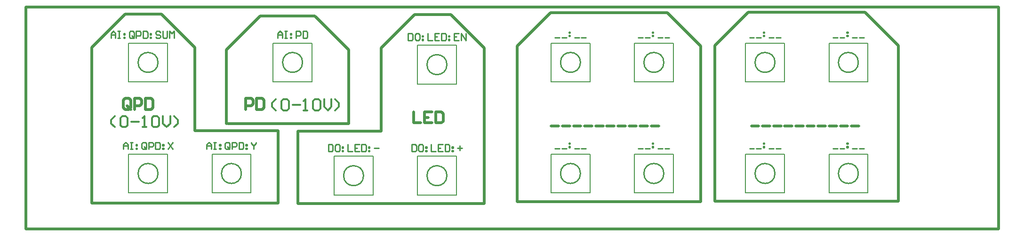
<source format=gto>
G04*
G04 #@! TF.GenerationSoftware,Altium Limited,Altium Designer,22.3.1 (43)*
G04*
G04 Layer_Color=65535*
%FSLAX25Y25*%
%MOIN*%
G70*
G04*
G04 #@! TF.SameCoordinates,1231F7E6-A72B-4AA4-91AD-26716E8A39C1*
G04*
G04*
G04 #@! TF.FilePolarity,Positive*
G04*
G01*
G75*
%ADD10C,0.01000*%
%ADD11C,0.00500*%
%ADD12C,0.01968*%
%ADD13C,0.01339*%
%ADD14C,0.02126*%
D10*
X93685Y-118110D02*
G03*
X93685Y-118110I-7071J0D01*
G01*
X152740D02*
G03*
X152740Y-118110I-7071J0D01*
G01*
X93685Y-39370D02*
G03*
X93685Y-39370I-7071J0D01*
G01*
X196047D02*
G03*
X196047Y-39370I-7071J0D01*
G01*
X239256Y-119684D02*
G03*
X239256Y-119684I-7071J0D01*
G01*
X298311Y-119684D02*
G03*
X298311Y-119684I-7071J0D01*
G01*
X392898Y-118110D02*
G03*
X392898Y-118110I-7071J0D01*
G01*
X451953D02*
G03*
X451953Y-118110I-7071J0D01*
G01*
X530693Y-118110D02*
G03*
X530693Y-118110I-7071J0D01*
G01*
X392898Y-39370D02*
G03*
X392898Y-39370I-7071J0D01*
G01*
X451953Y-39370D02*
G03*
X451953Y-39370I-7071J0D01*
G01*
X530693Y-39370D02*
G03*
X530693Y-39370I-7071J0D01*
G01*
X589748Y-118110D02*
G03*
X589748Y-118110I-7071J0D01*
G01*
Y-39370D02*
G03*
X589748Y-39370I-7071J0D01*
G01*
X298311Y-40944D02*
G03*
X298311Y-40944I-7071J0D01*
G01*
X374846Y-100459D02*
X378100D01*
X379726D02*
X382980D01*
X384607Y-96392D02*
X385420D01*
Y-97205D01*
X384607D01*
Y-96392D01*
Y-98832D02*
X385420D01*
Y-99645D01*
X384607D01*
Y-98832D01*
X388674Y-100459D02*
X391927D01*
X393554D02*
X396808D01*
X433901Y-21719D02*
X437155D01*
X438781D02*
X442035D01*
X443662Y-17652D02*
X444475D01*
Y-18465D01*
X443662D01*
Y-17652D01*
Y-20092D02*
X444475D01*
Y-20905D01*
X443662D01*
Y-20092D01*
X447729Y-21719D02*
X450982D01*
X452609D02*
X455863D01*
X374846D02*
X378100D01*
X379726D02*
X382980D01*
X384607Y-17652D02*
X385420D01*
Y-18465D01*
X384607D01*
Y-17652D01*
Y-20092D02*
X385420D01*
Y-20905D01*
X384607D01*
Y-20092D01*
X388674Y-21719D02*
X391927D01*
X393554D02*
X396808D01*
X273346Y-97559D02*
Y-102439D01*
X275786D01*
X276600Y-101626D01*
Y-98372D01*
X275786Y-97559D01*
X273346D01*
X280666D02*
X279040D01*
X278226Y-98372D01*
Y-101626D01*
X279040Y-102439D01*
X280666D01*
X281480Y-101626D01*
Y-98372D01*
X280666Y-97559D01*
X283107Y-99186D02*
X283920D01*
Y-99999D01*
X283107D01*
Y-99186D01*
Y-101626D02*
X283920D01*
Y-102439D01*
X283107D01*
Y-101626D01*
X287174Y-97559D02*
Y-102439D01*
X290427D01*
X295307Y-97559D02*
X292054D01*
Y-102439D01*
X295307D01*
X292054Y-99999D02*
X293681D01*
X296934Y-97559D02*
Y-102439D01*
X299374D01*
X300188Y-101626D01*
Y-98372D01*
X299374Y-97559D01*
X296934D01*
X301815Y-99186D02*
X302628D01*
Y-99999D01*
X301815D01*
Y-99186D01*
Y-101626D02*
X302628D01*
Y-102439D01*
X301815D01*
Y-101626D01*
X305881Y-99999D02*
X309135D01*
X307508Y-98372D02*
Y-101626D01*
X214291Y-97559D02*
Y-102439D01*
X216731D01*
X217544Y-101626D01*
Y-98372D01*
X216731Y-97559D01*
X214291D01*
X221611D02*
X219985D01*
X219171Y-98372D01*
Y-101626D01*
X219985Y-102439D01*
X221611D01*
X222425Y-101626D01*
Y-98372D01*
X221611Y-97559D01*
X224051Y-99186D02*
X224865D01*
Y-99999D01*
X224051D01*
Y-99186D01*
Y-101626D02*
X224865D01*
Y-102439D01*
X224051D01*
Y-101626D01*
X228118Y-97559D02*
Y-102439D01*
X231372D01*
X236252Y-97559D02*
X232999D01*
Y-102439D01*
X236252D01*
X232999Y-99999D02*
X234626D01*
X237879Y-97559D02*
Y-102439D01*
X240319D01*
X241133Y-101626D01*
Y-98372D01*
X240319Y-97559D01*
X237879D01*
X242759Y-99186D02*
X243573D01*
Y-99999D01*
X242759D01*
Y-99186D01*
Y-101626D02*
X243573D01*
Y-102439D01*
X242759D01*
Y-101626D01*
X246826Y-99999D02*
X250080D01*
X270906Y-18819D02*
Y-23699D01*
X273346D01*
X274159Y-22886D01*
Y-19632D01*
X273346Y-18819D01*
X270906D01*
X278226D02*
X276600D01*
X275786Y-19632D01*
Y-22886D01*
X276600Y-23699D01*
X278226D01*
X279040Y-22886D01*
Y-19632D01*
X278226Y-18819D01*
X280666Y-20446D02*
X281480D01*
Y-21259D01*
X280666D01*
Y-20446D01*
Y-22886D02*
X281480D01*
Y-23699D01*
X280666D01*
Y-22886D01*
X284733Y-18819D02*
Y-23699D01*
X287987D01*
X292867Y-18819D02*
X289614D01*
Y-23699D01*
X292867D01*
X289614Y-21259D02*
X291241D01*
X294494Y-18819D02*
Y-23699D01*
X296934D01*
X297747Y-22886D01*
Y-19632D01*
X296934Y-18819D01*
X294494D01*
X299374Y-20446D02*
X300188D01*
Y-21259D01*
X299374D01*
Y-20446D01*
Y-22886D02*
X300188D01*
Y-23699D01*
X299374D01*
Y-22886D01*
X306695Y-18819D02*
X303441D01*
Y-23699D01*
X306695D01*
X303441Y-21259D02*
X305068D01*
X308321Y-23699D02*
Y-18819D01*
X311575Y-23699D01*
Y-18819D01*
X571697Y-100459D02*
X574950D01*
X576577D02*
X579830D01*
X581457Y-96392D02*
X582270D01*
Y-97205D01*
X581457D01*
Y-96392D01*
Y-98832D02*
X582270D01*
Y-99645D01*
X581457D01*
Y-98832D01*
X585524Y-100459D02*
X588778D01*
X590404D02*
X593658D01*
X512641D02*
X515895D01*
X517522D02*
X520775D01*
X522402Y-96392D02*
X523215D01*
Y-97205D01*
X522402D01*
Y-96392D01*
Y-98832D02*
X523215D01*
Y-99645D01*
X522402D01*
Y-98832D01*
X526469Y-100459D02*
X529722D01*
X531349D02*
X534603D01*
X571697Y-21719D02*
X574950D01*
X576577D02*
X579830D01*
X581457Y-17652D02*
X582270D01*
Y-18465D01*
X581457D01*
Y-17652D01*
Y-20092D02*
X582270D01*
Y-20905D01*
X581457D01*
Y-20092D01*
X585524Y-21719D02*
X588778D01*
X590404D02*
X593658D01*
X512641D02*
X515895D01*
X517522D02*
X520775D01*
X522402Y-17652D02*
X523215D01*
Y-18465D01*
X522402D01*
Y-17652D01*
Y-20092D02*
X523215D01*
Y-20905D01*
X522402D01*
Y-20092D01*
X526469Y-21719D02*
X529722D01*
X531349D02*
X534603D01*
X433901Y-100459D02*
X437155D01*
X438781D02*
X442035D01*
X443662Y-96392D02*
X444475D01*
Y-97205D01*
X443662D01*
Y-96392D01*
Y-98832D02*
X444475D01*
Y-99645D01*
X443662D01*
Y-98832D01*
X447729Y-100459D02*
X450982D01*
X452609D02*
X455863D01*
X178402Y-22125D02*
Y-18872D01*
X180029Y-17245D01*
X181656Y-18872D01*
Y-22125D01*
Y-19685D01*
X178402D01*
X183283Y-17245D02*
X184909D01*
X184096D01*
Y-22125D01*
X183283D01*
X184909D01*
X187350Y-18872D02*
X188163D01*
Y-19685D01*
X187350D01*
Y-18872D01*
Y-21312D02*
X188163D01*
Y-22125D01*
X187350D01*
Y-21312D01*
X191417Y-22125D02*
Y-17245D01*
X193857D01*
X194670Y-18058D01*
Y-19685D01*
X193857Y-20498D01*
X191417D01*
X196297Y-17245D02*
Y-22125D01*
X198737D01*
X199550Y-21312D01*
Y-18058D01*
X198737Y-17245D01*
X196297D01*
X60309Y-22125D02*
Y-18872D01*
X61936Y-17245D01*
X63563Y-18872D01*
Y-22125D01*
Y-19685D01*
X60309D01*
X65189Y-17245D02*
X66816D01*
X66003D01*
Y-22125D01*
X65189D01*
X66816D01*
X69256Y-18872D02*
X70070D01*
Y-19685D01*
X69256D01*
Y-18872D01*
Y-21312D02*
X70070D01*
Y-22125D01*
X69256D01*
Y-21312D01*
X76577D02*
Y-18058D01*
X75763Y-17245D01*
X74137D01*
X73323Y-18058D01*
Y-21312D01*
X74137Y-22125D01*
X75763D01*
X74950Y-20498D02*
X76577Y-22125D01*
X75763D02*
X76577Y-21312D01*
X78203Y-22125D02*
Y-17245D01*
X80644D01*
X81457Y-18058D01*
Y-19685D01*
X80644Y-20498D01*
X78203D01*
X83084Y-17245D02*
Y-22125D01*
X85524D01*
X86337Y-21312D01*
Y-18058D01*
X85524Y-17245D01*
X83084D01*
X87964Y-18872D02*
X88778D01*
Y-19685D01*
X87964D01*
Y-18872D01*
Y-21312D02*
X88778D01*
Y-22125D01*
X87964D01*
Y-21312D01*
X95285Y-18058D02*
X94471Y-17245D01*
X92844D01*
X92031Y-18058D01*
Y-18872D01*
X92844Y-19685D01*
X94471D01*
X95285Y-20498D01*
Y-21312D01*
X94471Y-22125D01*
X92844D01*
X92031Y-21312D01*
X96911Y-17245D02*
Y-21312D01*
X97725Y-22125D01*
X99352D01*
X100165Y-21312D01*
Y-17245D01*
X101792Y-22125D02*
Y-17245D01*
X103419Y-18872D01*
X105045Y-17245D01*
Y-22125D01*
X128182Y-100865D02*
Y-97612D01*
X129808Y-95985D01*
X131435Y-97612D01*
Y-100865D01*
Y-98425D01*
X128182D01*
X133062Y-95985D02*
X134689D01*
X133875D01*
Y-100865D01*
X133062D01*
X134689D01*
X137129Y-97612D02*
X137942D01*
Y-98425D01*
X137129D01*
Y-97612D01*
Y-100052D02*
X137942D01*
Y-100865D01*
X137129D01*
Y-100052D01*
X144449D02*
Y-96798D01*
X143636Y-95985D01*
X142009D01*
X141196Y-96798D01*
Y-100052D01*
X142009Y-100865D01*
X143636D01*
X142823Y-99239D02*
X144449Y-100865D01*
X143636D02*
X144449Y-100052D01*
X146076Y-100865D02*
Y-95985D01*
X148516D01*
X149329Y-96798D01*
Y-98425D01*
X148516Y-99239D01*
X146076D01*
X150956Y-95985D02*
Y-100865D01*
X153396D01*
X154210Y-100052D01*
Y-96798D01*
X153396Y-95985D01*
X150956D01*
X155837Y-97612D02*
X156650D01*
Y-98425D01*
X155837D01*
Y-97612D01*
Y-100052D02*
X156650D01*
Y-100865D01*
X155837D01*
Y-100052D01*
X159904Y-95985D02*
Y-96798D01*
X161530Y-98425D01*
X163157Y-96798D01*
Y-95985D01*
X161530Y-98425D02*
Y-100865D01*
X69126D02*
Y-97612D01*
X70753Y-95985D01*
X72380Y-97612D01*
Y-100865D01*
Y-98425D01*
X69126D01*
X74007Y-95985D02*
X75634D01*
X74820D01*
Y-100865D01*
X74007D01*
X75634D01*
X78074Y-97612D02*
X78887D01*
Y-98425D01*
X78074D01*
Y-97612D01*
Y-100052D02*
X78887D01*
Y-100865D01*
X78074D01*
Y-100052D01*
X85394D02*
Y-96798D01*
X84581Y-95985D01*
X82954D01*
X82141Y-96798D01*
Y-100052D01*
X82954Y-100865D01*
X84581D01*
X83767Y-99239D02*
X85394Y-100865D01*
X84581D02*
X85394Y-100052D01*
X87021Y-100865D02*
Y-95985D01*
X89461D01*
X90274Y-96798D01*
Y-98425D01*
X89461Y-99239D01*
X87021D01*
X91901Y-95985D02*
Y-100865D01*
X94341D01*
X95155Y-100052D01*
Y-96798D01*
X94341Y-95985D01*
X91901D01*
X96781Y-97612D02*
X97595D01*
Y-98425D01*
X96781D01*
Y-97612D01*
Y-100052D02*
X97595D01*
Y-100865D01*
X96781D01*
Y-100052D01*
X100848Y-95985D02*
X104102Y-100865D01*
Y-95985D02*
X100848Y-100865D01*
D11*
X72864Y-130610D02*
Y-105610D01*
Y-131860D02*
Y-130610D01*
Y-105610D02*
Y-104360D01*
X100364D01*
Y-131860D02*
Y-104360D01*
X72864Y-131860D02*
X100364D01*
X131919Y-130610D02*
Y-105610D01*
Y-131860D02*
Y-130610D01*
Y-105610D02*
Y-104360D01*
X159419D01*
Y-131860D02*
Y-104360D01*
X131919Y-131860D02*
X159419D01*
X72864Y-51870D02*
Y-26870D01*
Y-53120D02*
Y-51870D01*
Y-26870D02*
Y-25620D01*
X100364D01*
Y-53120D02*
Y-25620D01*
X72864Y-53120D02*
X100364D01*
X175226Y-51870D02*
Y-26870D01*
Y-53120D02*
Y-51870D01*
Y-26870D02*
Y-25620D01*
X202726D01*
Y-53120D02*
Y-25620D01*
X175226Y-53120D02*
X202726D01*
X219685Y-133434D02*
X244685D01*
X245935D01*
X218435D02*
X219685D01*
X218435D02*
Y-105934D01*
X245935D01*
Y-133434D02*
Y-105934D01*
X278741Y-133434D02*
X303741D01*
X304991D01*
X277490D02*
X278741D01*
X277490D02*
Y-105934D01*
X304991D01*
Y-133434D02*
Y-105934D01*
X399577Y-131860D02*
Y-104360D01*
X372077D02*
X399577D01*
X372077Y-131860D02*
Y-104360D01*
Y-131860D02*
X373327D01*
X398327D02*
X399577D01*
X373327D02*
X398327D01*
X432382D02*
X457382D01*
X458632D01*
X431132D02*
X432382D01*
X431132D02*
Y-104360D01*
X458632D01*
Y-131860D02*
Y-104360D01*
X511122Y-131860D02*
X536122D01*
X537372D01*
X509872D02*
X511122D01*
X509872D02*
Y-104360D01*
X537372D01*
Y-131860D02*
Y-104360D01*
X373327Y-53120D02*
X398327D01*
X399577D01*
X372077D02*
X373327D01*
X372077D02*
Y-25620D01*
X399577D01*
Y-53120D02*
Y-25620D01*
X458632Y-53120D02*
Y-25620D01*
X431132D02*
X458632D01*
X431132Y-53120D02*
Y-25620D01*
Y-53120D02*
X432382D01*
X457382D02*
X458632D01*
X432382D02*
X457382D01*
X511122Y-53120D02*
X536122D01*
X537372D01*
X509872D02*
X511122D01*
X509872D02*
Y-25620D01*
X537372D01*
Y-53120D02*
Y-25620D01*
X570177Y-131860D02*
X595177D01*
X596427D01*
X568927D02*
X570177D01*
X568927D02*
Y-104360D01*
X596427D01*
Y-131860D02*
Y-104360D01*
X570177Y-53120D02*
X595177D01*
X596427D01*
X568927D02*
X570177D01*
X568927D02*
Y-25620D01*
X596427D01*
Y-53120D02*
Y-25620D01*
X278741Y-54694D02*
X303741D01*
X304991D01*
X277490D02*
X278741D01*
X277490D02*
Y-27194D01*
X304991D01*
Y-54694D02*
Y-27194D01*
D12*
X46811Y-138974D02*
X178684D01*
X192815Y-139333D02*
X324688D01*
X192815D02*
Y-88188D01*
X178684Y-138974D02*
Y-87829D01*
X46811Y-138974D02*
Y-28738D01*
X119655Y-87878D02*
Y-28774D01*
X142238Y-82677D02*
Y-30319D01*
X96007Y-5152D02*
X119629Y-28774D01*
X46811Y-28738D02*
X70433Y-5116D01*
X96007D01*
X192815Y-88188D02*
X251870D01*
X119629Y-87829D02*
X178684D01*
X142992Y-82862D02*
X228346D01*
X251844Y-88237D02*
Y-29133D01*
X228852Y-82677D02*
Y-30319D01*
X205230Y-6697D02*
X228852Y-30319D01*
X142238Y-30319D02*
X166055Y-6503D01*
X251870Y-29133D02*
X275492Y-5511D01*
X166055Y-6503D02*
X204724D01*
X348112Y-138086D02*
X478033D01*
X324688Y-139333D02*
Y-29097D01*
X348112Y-138086D02*
Y-27850D01*
X301066Y-5475D02*
X324688Y-29097D01*
X348112Y-27850D02*
X371734Y-4228D01*
X275492Y-5475D02*
X301066D01*
X478033Y-138086D02*
Y-27850D01*
X488189Y-137795D02*
Y-27559D01*
X454411Y-4228D02*
X478033Y-27850D01*
X488189Y-27559D02*
X511811Y-3937D01*
X371734Y-4228D02*
X454411D01*
X488189Y-137795D02*
X618110D01*
X511811Y-3937D02*
X594488D01*
X618110Y-137795D02*
Y-27559D01*
X594488Y-3937D02*
X618110Y-27559D01*
X0Y-157480D02*
X688976Y-157480D01*
X0Y0D02*
X688976Y0D01*
X0Y-157480D02*
Y0D01*
X688976Y-157480D02*
Y0D01*
D13*
X63017Y-85276D02*
X60394Y-82652D01*
Y-80028D01*
X63017Y-77404D01*
X66953Y-78716D02*
X68265Y-77404D01*
X70889D01*
X72201Y-78716D01*
Y-83964D01*
X70889Y-85276D01*
X68265D01*
X66953Y-83964D01*
Y-78716D01*
X74825Y-81340D02*
X80072D01*
X82696Y-85276D02*
X85320D01*
X84008D01*
Y-77404D01*
X82696Y-78716D01*
X89256D02*
X90568Y-77404D01*
X93191D01*
X94503Y-78716D01*
Y-83964D01*
X93191Y-85276D01*
X90568D01*
X89256Y-83964D01*
Y-78716D01*
X97127Y-77404D02*
Y-82652D01*
X99751Y-85276D01*
X102375Y-82652D01*
Y-77404D01*
X104999Y-85276D02*
X107623Y-82652D01*
Y-80028D01*
X104999Y-77404D01*
X177191Y-73465D02*
X174567Y-70841D01*
Y-68217D01*
X177191Y-65593D01*
X181126Y-66905D02*
X182438Y-65593D01*
X185062D01*
X186374Y-66905D01*
Y-72153D01*
X185062Y-73465D01*
X182438D01*
X181126Y-72153D01*
Y-66905D01*
X188998Y-69529D02*
X194246D01*
X196869Y-73465D02*
X199493D01*
X198181D01*
Y-65593D01*
X196869Y-66905D01*
X203429D02*
X204741Y-65593D01*
X207365D01*
X208677Y-66905D01*
Y-72153D01*
X207365Y-73465D01*
X204741D01*
X203429Y-72153D01*
Y-66905D01*
X211300Y-65593D02*
Y-70841D01*
X213924Y-73465D01*
X216548Y-70841D01*
Y-65593D01*
X219172Y-73465D02*
X221796Y-70841D01*
Y-68217D01*
X219172Y-65593D01*
D14*
X74303Y-71365D02*
Y-66118D01*
X72991Y-64806D01*
X70367D01*
X69055Y-66118D01*
Y-71365D01*
X70367Y-72677D01*
X72991D01*
X71679Y-70053D02*
X74303Y-72677D01*
X72991D02*
X74303Y-71365D01*
X76927Y-72677D02*
Y-64806D01*
X80862D01*
X82174Y-66118D01*
Y-68741D01*
X80862Y-70053D01*
X76927D01*
X84798Y-64806D02*
Y-72677D01*
X88734D01*
X90046Y-71365D01*
Y-66118D01*
X88734Y-64806D01*
X84798D01*
X155669Y-72677D02*
Y-64806D01*
X159605D01*
X160917Y-66118D01*
Y-68741D01*
X159605Y-70053D01*
X155669D01*
X163541Y-64806D02*
Y-72677D01*
X167476D01*
X168788Y-71365D01*
Y-66118D01*
X167476Y-64806D01*
X163541D01*
X372205Y-84488D02*
X377452D01*
X380076D02*
X385324D01*
X387948D02*
X393195D01*
X395819D02*
X401067D01*
X403691D02*
X408938D01*
X411562D02*
X416810D01*
X419434D02*
X424681D01*
X427305D02*
X432553D01*
X435177D02*
X440424D01*
X443048D02*
X448296D01*
X274642Y-74413D02*
Y-82284D01*
X279890D01*
X287761Y-74413D02*
X282514D01*
Y-82284D01*
X287761D01*
X282514Y-78349D02*
X285138D01*
X290385Y-74413D02*
Y-82284D01*
X294321D01*
X295633Y-80973D01*
Y-75725D01*
X294321Y-74413D01*
X290385D01*
X513937Y-84488D02*
X519185D01*
X521808D02*
X527056D01*
X529680D02*
X534928D01*
X537551D02*
X542799D01*
X545423D02*
X550671D01*
X553294D02*
X558542D01*
X561166D02*
X566413D01*
X569037D02*
X574285D01*
X576909D02*
X582157D01*
X584780D02*
X590028D01*
M02*

</source>
